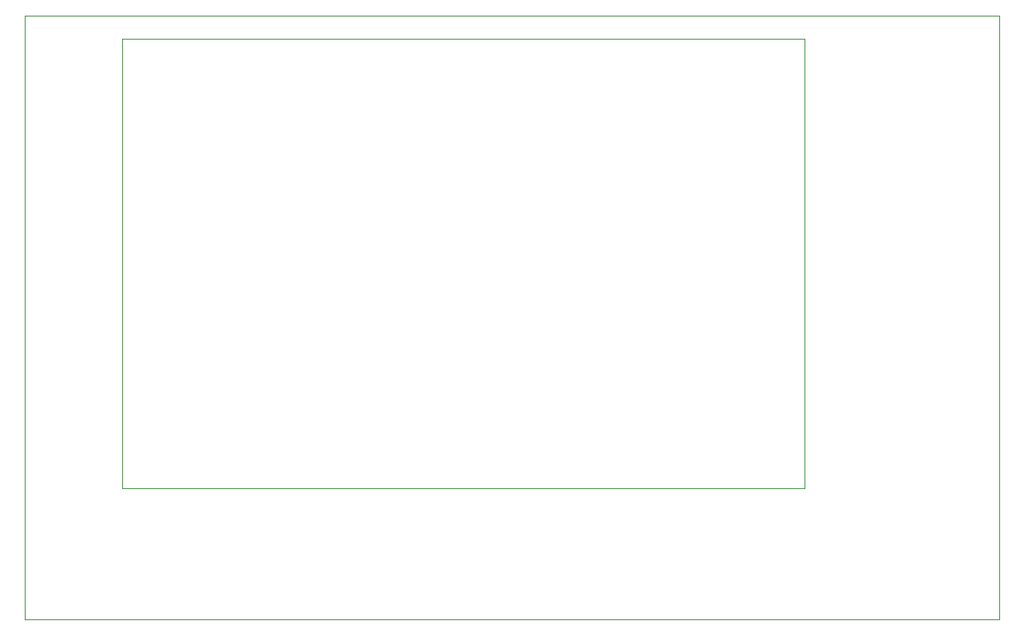
<source format=gbr>
%TF.GenerationSoftware,KiCad,Pcbnew,7.0.9*%
%TF.CreationDate,2025-01-19T18:06:07+09:00*%
%TF.ProjectId,06-UI,30362d55-492e-46b6-9963-61645f706362,rev?*%
%TF.SameCoordinates,Original*%
%TF.FileFunction,Profile,NP*%
%FSLAX46Y46*%
G04 Gerber Fmt 4.6, Leading zero omitted, Abs format (unit mm)*
G04 Created by KiCad (PCBNEW 7.0.9) date 2025-01-19 18:06:07*
%MOMM*%
%LPD*%
G01*
G04 APERTURE LIST*
%TA.AperFunction,Profile*%
%ADD10C,0.100000*%
%TD*%
%TA.AperFunction,Profile*%
%ADD11C,0.050000*%
%TD*%
G04 APERTURE END LIST*
D10*
X50000000Y-50000000D02*
X150000000Y-50000000D01*
X150000000Y-112000000D01*
X50000000Y-112000000D01*
X50000000Y-50000000D01*
D11*
%TO.C,U2*%
X130000000Y-98520000D02*
X60000000Y-98520000D01*
X60000000Y-98520000D02*
X60000000Y-52400000D01*
X60000000Y-52400000D02*
X130000000Y-52400000D01*
X130000000Y-52400000D02*
X130000000Y-98520000D01*
%TD*%
M02*

</source>
